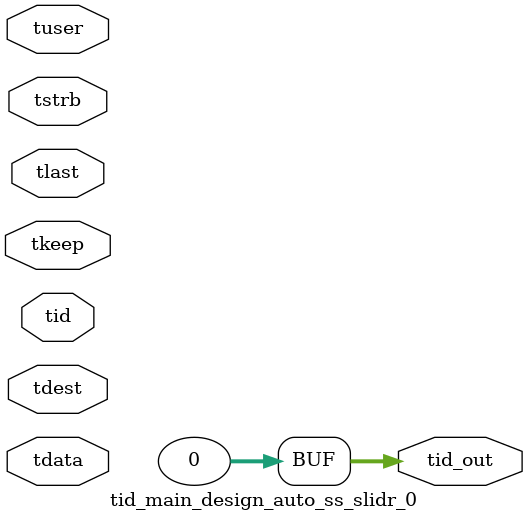
<source format=v>


`timescale 1ps/1ps

module tid_main_design_auto_ss_slidr_0 #
(
parameter C_S_AXIS_TID_WIDTH   = 1,
parameter C_S_AXIS_TUSER_WIDTH = 0,
parameter C_S_AXIS_TDATA_WIDTH = 0,
parameter C_S_AXIS_TDEST_WIDTH = 0,
parameter C_M_AXIS_TID_WIDTH   = 32
)
(
input  [(C_S_AXIS_TID_WIDTH   == 0 ? 1 : C_S_AXIS_TID_WIDTH)-1:0       ] tid,
input  [(C_S_AXIS_TDATA_WIDTH == 0 ? 1 : C_S_AXIS_TDATA_WIDTH)-1:0     ] tdata,
input  [(C_S_AXIS_TUSER_WIDTH == 0 ? 1 : C_S_AXIS_TUSER_WIDTH)-1:0     ] tuser,
input  [(C_S_AXIS_TDEST_WIDTH == 0 ? 1 : C_S_AXIS_TDEST_WIDTH)-1:0     ] tdest,
input  [(C_S_AXIS_TDATA_WIDTH/8)-1:0 ] tkeep,
input  [(C_S_AXIS_TDATA_WIDTH/8)-1:0 ] tstrb,
input                                                                    tlast,
output [(C_M_AXIS_TID_WIDTH   == 0 ? 1 : C_M_AXIS_TID_WIDTH)-1:0       ] tid_out
);

assign tid_out = {1'b0};

endmodule


</source>
